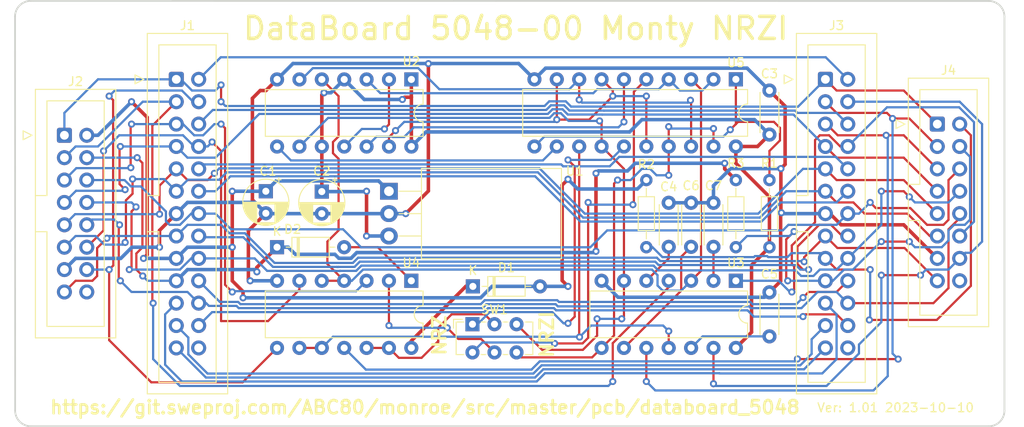
<source format=kicad_pcb>
(kicad_pcb (version 20221018) (generator pcbnew)

  (general
    (thickness 1.6)
  )

  (paper "A4")
  (layers
    (0 "F.Cu" signal)
    (31 "B.Cu" signal)
    (32 "B.Adhes" user "B.Adhesive")
    (33 "F.Adhes" user "F.Adhesive")
    (34 "B.Paste" user)
    (35 "F.Paste" user)
    (36 "B.SilkS" user "B.Silkscreen")
    (37 "F.SilkS" user "F.Silkscreen")
    (38 "B.Mask" user)
    (39 "F.Mask" user)
    (40 "Dwgs.User" user "User.Drawings")
    (41 "Cmts.User" user "User.Comments")
    (42 "Eco1.User" user "User.Eco1")
    (43 "Eco2.User" user "User.Eco2")
    (44 "Edge.Cuts" user)
    (45 "Margin" user)
    (46 "B.CrtYd" user "B.Courtyard")
    (47 "F.CrtYd" user "F.Courtyard")
    (48 "B.Fab" user)
    (49 "F.Fab" user)
    (50 "User.1" user)
    (51 "User.2" user)
    (52 "User.3" user)
    (53 "User.4" user)
    (54 "User.5" user)
    (55 "User.6" user)
    (56 "User.7" user)
    (57 "User.8" user)
    (58 "User.9" user)
  )

  (setup
    (pad_to_mask_clearance 0)
    (pcbplotparams
      (layerselection 0x00010fc_ffffffff)
      (plot_on_all_layers_selection 0x0000000_00000000)
      (disableapertmacros false)
      (usegerberextensions false)
      (usegerberattributes true)
      (usegerberadvancedattributes true)
      (creategerberjobfile true)
      (dashed_line_dash_ratio 12.000000)
      (dashed_line_gap_ratio 3.000000)
      (svgprecision 4)
      (plotframeref false)
      (viasonmask false)
      (mode 1)
      (useauxorigin false)
      (hpglpennumber 1)
      (hpglpenspeed 20)
      (hpglpendiameter 15.000000)
      (dxfpolygonmode true)
      (dxfimperialunits true)
      (dxfusepcbnewfont true)
      (psnegative false)
      (psa4output false)
      (plotreference true)
      (plotvalue true)
      (plotinvisibletext false)
      (sketchpadsonfab false)
      (subtractmaskfromsilk false)
      (outputformat 1)
      (mirror false)
      (drillshape 1)
      (scaleselection 1)
      (outputdirectory "")
    )
  )

  (net 0 "")
  (net 1 "Net-(U3B-ENABLE)")
  (net 2 "GND")
  (net 3 "Net-(U3D-ENABLE)")
  (net 4 "Net-(U3C-ENABLE)")
  (net 5 "Net-(U3A-ENABLE)")
  (net 6 "Net-(D1-K)")
  (net 7 "+12V")
  (net 8 "-12V")
  (net 9 "Net-(D2-A)")
  (net 10 "/1_1")
  (net 11 "/2_2")
  (net 12 "/1_3")
  (net 13 "/1_14")
  (net 14 "/1_5")
  (net 15 "/2_6")
  (net 16 "/1_7")
  (net 17 "/1_12")
  (net 18 "/1_9")
  (net 19 "/2_10")
  (net 20 "/1_11")
  (net 21 "/2_12")
  (net 22 "/1_6")
  (net 23 "/1_15")
  (net 24 "/2_16")
  (net 25 "unconnected-(J1-Pin_26-Pad26)")
  (net 26 "/1_8")
  (net 27 "/2_20")
  (net 28 "/2_21")
  (net 29 "/1_10")
  (net 30 "/2_23")
  (net 31 "/2_24")
  (net 32 "/2_25")
  (net 33 "/3_3")
  (net 34 "/3_14")
  (net 35 "/3_5")
  (net 36 "/3_12")
  (net 37 "/3_4")
  (net 38 "/3_+12V")
  (net 39 "+5V")
  (net 40 "Net-(U5A-~{CLR})")
  (net 41 "unconnected-(J2-Pin_16-Pad16)")
  (net 42 "unconnected-(J3-Pin_26-Pad26)")
  (net 43 "unconnected-(J4-Pin_16-Pad16)")
  (net 44 "Net-(U3A-OUT)")
  (net 45 "Net-(SW1A-C)")
  (net 46 "Net-(SW1B-C)")
  (net 47 "Net-(U3D-OUT)")
  (net 48 "Net-(SW1B-B)")
  (net 49 "Net-(SW1A-B)")
  (net 50 "Net-(U5A-J)")
  (net 51 "Net-(SW1B-A)")
  (net 52 "Net-(U5B-Q)")
  (net 53 "Net-(U5B-J)")
  (net 54 "Net-(U5B-C)")
  (net 55 "Net-(U5C-J)")
  (net 56 "Net-(SW1A-A)")
  (net 57 "Net-(U2-Pad11)")

  (footprint "Capacitor_THT:CP_Radial_D5.0mm_P2.50mm" (layer "F.Cu") (at 71.12 83.82 -90))

  (footprint "Package_TO_SOT_THT:TO-220-3_Horizontal_TabDown" (layer "F.Cu") (at 85.09 83.82 -90))

  (footprint "Package_DIP:DIP-20_W7.62mm" (layer "F.Cu") (at 124.46 71.12 -90))

  (footprint "Diode_THT:D_DO-35_SOD27_P7.62mm_Horizontal" (layer "F.Cu") (at 72.39 90.17))

  (footprint "Resistor_THT:R_Axial_DIN0204_L3.6mm_D1.6mm_P7.62mm_Horizontal" (layer "F.Cu") (at 114.3 90.17 90))

  (footprint "Button_Switch_THT:SW_E-Switch_EG1271_SPDT" (layer "F.Cu") (at 94.568 98.908))

  (footprint "Resistor_THT:R_Axial_DIN0204_L3.6mm_D1.6mm_P7.62mm_Horizontal" (layer "F.Cu") (at 128.27 90.17 90))

  (footprint "Connector_IDC:IDC-Header_2x08_P2.54mm_Vertical" (layer "F.Cu") (at 48.26 77.47))

  (footprint "Capacitor_THT:C_Disc_D4.3mm_W1.9mm_P5.00mm" (layer "F.Cu") (at 121.92 90.13 90))

  (footprint "Connector_IDC:IDC-Header_2x08_P2.54mm_Vertical" (layer "F.Cu") (at 147.32 76.2))

  (footprint "Resistor_THT:R_Axial_DIN0204_L3.6mm_D1.6mm_P7.62mm_Horizontal" (layer "F.Cu") (at 124.46 90.17 90))

  (footprint "Package_DIP:DIP-14_W7.62mm" (layer "F.Cu") (at 124.46 93.98 -90))

  (footprint "Package_DIP:DIP-14_W7.62mm" (layer "F.Cu") (at 87.635 71.13 -90))

  (footprint "Connector_IDC:IDC-Header_2x13_P2.54mm_Vertical" (layer "F.Cu") (at 134.62 71.12))

  (footprint "Capacitor_THT:CP_Radial_D5.0mm_P2.50mm" (layer "F.Cu") (at 77.47 83.86 -90))

  (footprint "Connector_IDC:IDC-Header_2x13_P2.54mm_Vertical" (layer "F.Cu") (at 60.96 71.12))

  (footprint "Capacitor_THT:C_Disc_D4.3mm_W1.9mm_P5.00mm" (layer "F.Cu") (at 128.27 100.29 90))

  (footprint "Capacitor_THT:C_Disc_D4.3mm_W1.9mm_P5.00mm" (layer "F.Cu") (at 119.38 90.13 90))

  (footprint "Capacitor_THT:C_Disc_D4.3mm_W1.9mm_P5.00mm" (layer "F.Cu") (at 128.27 77.39 90))

  (footprint "Capacitor_THT:C_Disc_D4.3mm_W1.9mm_P5.00mm" (layer "F.Cu") (at 116.84 90.13 90))

  (footprint "Package_DIP:DIP-14_W7.62mm" (layer "F.Cu") (at 87.63 93.98 -90))

  (footprint "Diode_THT:D_DO-35_SOD27_P7.62mm_Horizontal" (layer "F.Cu") (at 94.615 94.615))

  (gr_arc (start 153.161998 62.230002) (mid 154.419233 62.750766) (end 154.939998 64.008002)
    (stroke (width 0.2) (type default)) (layer "Edge.Cuts") (tstamp 18d432a3-0926-459a-930b-c54b8058567b))
  (gr_line (start 44.437236 62.217235) (end 153.161998 62.230002)
    (stroke (width 0.2) (type default)) (layer "Edge.Cuts") (tstamp 236500d0-87b2-4e7b-ab24-fb756a22f408))
  (gr_line (start 153.162 110.49) (end 44.449999 110.490001)
    (stroke (width 0.2) (type default)) (layer "Edge.Cuts") (tstamp 60a0f6a3-f99a-4c00-b626-700524b88cc3))
  (gr_arc (start 154.94 108.712) (mid 154.419236 109.969236) (end 153.162 110.49)
    (stroke (width 0.2) (type default)) (layer "Edge.Cuts") (tstamp b53105ad-ff62-4397-bc17-c4e16e16fc8f))
  (gr_arc (start 42.659236 63.995235) (mid 43.18 62.737999) (end 44.437236 62.217235)
    (stroke (width 0.2) (type default)) (layer "Edge.Cuts") (tstamp b7fbb935-b201-438f-9df1-0ef5baf2a45e))
  (gr_arc (start 44.449999 110.490001) (mid 43.192763 109.969237) (end 42.671999 108.712001)
    (stroke (width 0.2) (type default)) (layer "Edge.Cuts") (tstamp bc494f64-37b0-4856-9bb2-4aea26aa9598))
  (gr_line (start 154.939998 64.008002) (end 154.94 108.712)
    (stroke (width 0.2) (type default)) (layer "Edge.Cuts") (tstamp d39b8a0c-496e-4a83-9068-913552616643))
  (gr_line (start 42.671999 108.712001) (end 42.659236 63.995235)
    (stroke (width 0.2) (type default)) (layer "Edge.Cuts") (tstamp ddfdb600-84e5-4b23-aca4-e5730a28bb6d))
  (gr_text "NRZ" (at 91.694 102.616 90) (layer "F.SilkS") (tstamp 24331579-94d3-4ca1-982b-52b9ff910b3b)
    (effects (font (size 1.5 1.5) (thickness 0.3) bold) (justify left bottom))
  )
  (gr_text "Ver: 1.01 2023-10-10\n" (at 133.604 108.966) (layer "F.SilkS") (tstamp a2c5f140-1e6e-4cc4-8f4e-05e18f92b051)
    (effects (font (size 1 1) (thickness 0.15)) (justify left bottom))
  )
  (gr_text "DataBoard 5048-00 Monty NRZI" (at 68.326 66.802) (layer "F.SilkS") (tstamp aa742694-f761-49ab-b5f9-be6b2d578fb9)
    (effects (font (size 2.5 2.5) (thickness 0.4)) (justify left bottom))
  )
  (gr_text "NRZI" (at 103.886 102.87 90) (layer "F.SilkS") (tstamp ef8e9a76-c86b-4e54-b540-b083918e2b70)
    (effects (font (size 1.5 1.5) (thickness 0.3) bold) (justify left bottom))
  )
  (gr_text "https://git.sweproj.com/ABC80/monroe/src/master/pcb/databoard_5048" (at 46.482 109.22) (layer "F.SilkS") (tstamp f441bb20-7361-48d5-833f-f49b23e61255)
    (effects (font (size 1.5 1.5) (thickness 0.3) bold) (justify left bottom))
  )

  (segment (start 116.84 90.13) (end 116.84 91.44) (width 0.25) (layer "F.Cu") (net 1) (tstamp 14391bda-5f06-4cbd-87ab-6c482afbd277))
  (segment (start 116.84 91.44) (end 114.3 93.98) (width 0.25) (layer "F.Cu") (net 1) (tstamp b5641a6e-c046-4d0e-b5a8-8b24fc63134a))
  (segment (start 136.398 87.63) (end 143.51 87.63) (width 0.4) (layer "F.Cu") (net 2) (tstamp 00d16c08-6d06-45e3-9221-66d5f318bdee))
  (segment (start 130.048 74.168) (end 130.048 80.772012) (width 0.4) (layer "F.Cu") (net 2) (tstamp 05ae4ec0-4c62-4fe7-a5f5-f1a00130acb6))
  (segment (start 71.12 86.32) (end 69.14 88.3) (width 0.4) (layer "F.Cu") (net 2) (tstamp 1662361d-2818-4869-945f-101b9e12ca97))
  (segment (start 143.51 87.63) (end 147.32 91.44) (width 0.4) (layer "F.Cu") (net 2) (tstamp 1ff3b8ce-bcb9-4f08-9835-6cb38e98509e))
  (segment (start 129.54 94.02) (end 129.54 86.347423) (width 0.4) (layer "F.Cu") (net 2) (tstamp 211e0246-ca24-4ed4-85fb-f4e2908e37db))
  (segment (start 86.995 86.36) (end 89.565969 83.789031) (width 0.4) (layer "F.Cu") (net 2) (tstamp 2f9cc0ae-c414-48f9-af8f-d918269fa140))
  (segment (start 89.565969 83.789031) (end 89.565969 69.342) (width 0.4) (layer "F.Cu") (net 2) (tstamp 3c44760a-a7eb-48bd-a5dd-fd1fb9f2337a))
  (segment (start 128.27 72.39) (end 130.048 74.168) (width 0.4) (layer "F.Cu") (net 2) (tstamp 3c487dcc-23ef-4ae3-a82e-4b7aabdfc8e7))
  (segment (start 60.96 86.36) (end 59.055 88.265) (width 0.4) (layer "F.Cu") (net 2) (tstamp 3d85fc3a-37e3-4b9e-bf31-50efc304f94d))
  (segment (start 128.27 95.29) (end 129.54 94.02) (width 0.4) (layer "F.Cu") (net 2) (tstamp 4220607b-79e1-4396-9264-4c6d9dcc6a96))
  (segment (start 129.54 86.36) (end 129.623594 86.276406) (width 0.4) (layer "F.Cu") (net 2) (tstamp 4404be32-1beb-4bbb-a6eb-9ffc1299079f))
  (segment (start 70.485 72.39) (end 69.596 73.279) (width 0.4) (layer "F.Cu") (net 2) (tstamp 4ad3ac46-4ca2-4b4b-b657-c944297b59e8))
  (segment (start 72.395 71.13) (end 71.135 72.39) (width 0.4) (layer "F.Cu") (net 2) (tstamp 606a25db-8207-4326-8b50-b008053aded6))
  (segment (start 134.62 86.36) (end 135.128 86.36) (width 0.4) (layer "F.Cu") (net 2) (tstamp 754d1e84-180d-4de3-8576-57a37ac3d7af))
  (segment (start 129.623594 86.276406) (end 129.623594 86.263829) (width 0.4) (layer "F.Cu") (net 2) (tstamp 82a10229-a926-4430-954d-c3923f26cec9))
  (segment (start 129.5695 81.250512) (end 129.5695 86.209735) (width 0.4) (layer "F.Cu") (net 2) (tstamp 83d3bb52-e6eb-4b4e-b3c8-b6d2916774c5))
  (segment (start 71.135 72.39) (end 70.485 72.39) (width 0.4) (layer "F.Cu") (net 2) (tstamp a9b42033-f031-429c-9186-d56e7a1fc82a))
  (segment (start 135.128 86.36) (end 136.398 87.63) (width 0.4) (layer "F.Cu") (net 2) (tstamp b351a7fd-2189-4691-84cd-3a10952f0e35))
  (segment (start 69.14 93.778) (end 69.342 93.98) (width 0.4) (layer "F.Cu") (net 2) (tstamp b5ad50e9-dd04-41d5-af23-87e152abf06d))
  (segment (start 69.596 84.796) (end 71.12 86.32) (width 0.4) (layer "F.Cu") (net 2) (tstamp b63b06c8-0102-46fe-8b40-1605ea6e3075))
  (segment (start 69.14 88.3) (end 69.14 93.778) (width 0.4) (layer "F.Cu") (net 2) (tstamp be5ff28a-2415-4416-a40c-4e6ebfa9cf07))
  (segment (start 129.5695 86.209735) (end 129.623594 86.263829) (width 0.4) (layer "F.Cu") (net 2) (tstamp cc566d45-be17-4967-92f2-58e5464c0c10))
  (segment (start 129.54 86.347423) (end 129.623594 86.263829) (width 0.4) (layer "F.Cu") (net 2) (tstamp d0606a0a-bde2-4e58-b3e8-3e2fb2182cac))
  (segment (start 69.596 73.279) (end 69.596 84.796) (width 0.4) (layer "F.Cu") (net 2) (tstamp edb34c73-fdcd-4959-b9cc-136b34b56afe))
  (segment (start 130.048 80.772012) (end 129.5695 81.250512) (width 0.4) (layer "F.Cu") (net 2) (tstamp ef81ec14-0620-4376-ae1e-ae61c6fe713b))
  (segment (start 59.055 88.265) (end 59.055 90.17) (width 0.4) (layer "F.Cu") (net 2) (tstamp feae3027-d95a-4268-bf15-5511eb27191c))
  (via (at 69.342 93.98) (size 0.8) (drill 0.4) (layers "F.Cu" "B.Cu") (net 2) (tstamp 1d263fcc-f9c3-47f2-9d43-0724ca477494))
  (via (at 129.623594 86.263829) (size 0.8) (drill 0.4) (layers "F.Cu" "B.Cu") (net 2) (tstamp 27e02c5e-6f8b-444c-a487-4318d89ffb6c))
  (via (at 59.055 90.17) (size 0.8) (drill 0.4) (layers "F.Cu" "B.Cu") (net 2) (tstamp 385e625d-4811-4bd9-874f-bac007fbdfc4))
  (via (at 89.565969 69.342) (size 0.8) (drill 0.4) (layers "F.Cu" "B.Cu") (net 2) (tstamp 56bc65ce-58cc-48d2-af26-0c3642a698a4))
  (via (at 129.5695 81.250512) (size 0.8) (drill 0.4) (layers "F.Cu" "B.Cu") (net 2) (tstamp 5c5ba19f-78f3-4347-8134-57f74885fe8c))
  (via (at 86.995 86.36) (size 0.8) (drill 0.4) (layers "F.Cu" "B.Cu") (net 2) (tstamp 85f26383-0e36-420a-abae-ea6f318c6138))
  (segment (start 62.23 85.09) (end 69.89 85.09) (width 0.4) (layer "B.Cu") (net 2) (tstamp 222bf90a-b62c-4470-98a7-bb8f56cfb5bd))
  (segment (start 77.47 86.36) (end 71.16 86.36) (width 0.4) (layer "B.Cu") (net 2) (tstamp 28ce8b78-1468-4ab8-a580-d3655e96a7a4))
  (segment (start 60.96 86.36) (end 62.23 85.09) (width 0.4) (layer "B.Cu") (net 2) (tstamp 3167ddd8-5fee-4d9e-b7f6-5d81eb2d5aef))
  (segment (start 121.92 85.13) (end 121.92 83.185) (width 0.4) (layer "B.Cu") (net 2) (tstamp 3331f353-63e5-40a5-9a32-22c0cfd5986b))
  (segment (start 123.854488 81.250512) (end 129.5695 81.250512) (width 0.4) (layer "B.Cu") (net 2) (tstamp 33e42926-b955-411d-b8d0-ae0a73244f41))
  (segment (start 101.6 71.12) (end 102.87 69.85) (width 0.4) (layer "B.Cu") (net 2) (tstamp 368ae8be-27b1-4ff3-b8da-d6ffb3d01d4d))
  (segment (start 99.805 69.325) (end 101.6 71.12) (width 0.4) (layer "B.Cu") (net 2) (tstamp 40820b11-8dfa-47c0-90e1-19bea7c50061))
  (segment (start 111.092129 95.852129) (end 127.707871 95.852129) (width 0.4) (layer "B.Cu") (net 2) (tstamp 5934ab0d-6083-4e8a-aa5a-1086319d39d3))
  (segment (start 125.73 69.85) (end 128.27 72.39) (width 0.4) (layer "B.Cu") (net 2) (tstamp 5ed6ec97-af29-488e-a0b8-f58cbb91a189))
  (segment (start 69.89 85.09) (end 71.12 86.32) (width 0.4) (layer "B.Cu") (net 2) (tstamp 61381b35-46bf-4180-8362-85a3a6dd7f14))
  (segment (start 55.929652 90.17) (end 54.659652 91.44) (width 0.4) (layer "B.Cu") (net 2) (tstamp 66653920-03f5-49b5-b5cc-9c3b5d715675))
  (segment (start 129.719765 86.36) (end 129.623594 86.263829) (width 0.4) (layer "B.Cu") (net 2) (tstamp 79fead6a-4a7f-4480-88cc-ed7f18d3941d))
  (segment (start 127.707871 95.852129) (end 128.27 95.29) (width 0.4) (layer "B.Cu") (net 2) (tstamp 7e9ac5d9-b3d6-46eb-8b94-75e63362ea4e))
  (segment (start 54.659652 91.44) (end 49.53 91.44) (width 0.4) (layer "B.Cu") (net 2) (tstamp 876d9649-768e-42c9-9e65-74840730cc64))
  (segment (start 121.92 83.185) (end 123.854488 81.250512) (width 0.4) (layer "B.Cu") (net 2) (tstamp 885a8ec8-10e3-4d4d-931f-183fda4577ea))
  (segment (start 72.395 71.13) (end 74.2 69.325) (width 0.4) (layer "B.Cu") (net 2) (tstamp 8f479943-8c2f-4b44-b5ea-1a7b2c16bcdf))
  (segment (start 74.2 69.325) (end 99.805 69.325) (width 0.4) (layer "B.Cu") (net 2) (tstamp 96fbbd5d-3a4f-48e1-b6d1-2f4f008565b6))
  (segment (start 134.62 86.36) (end 129.719765 86.36) (width 0.4) (layer "B.Cu") (net 2) (tstamp 9b2c4d26-50e5-4509-a229-715aa1f327f8))
  (segment (start 71.16 86.36) (end 71.12 86.32) (width 0.4) (layer "B.Cu") (net 2) (tstamp a299f77a-5e13-41d4-92f3-7715b3530019))
  (segment (start 102.87 69.85) (end 125.73 69.85) (width 0.4) (layer "B.Cu") (net 2) (tstamp b4018162-359b-4987-adc5-764ecacf133f))
  (segment (start 85.09 86.36) (end 86.995 86.36) (width 0.4) (layer "B.Cu") (net 2) (tstamp babdd3eb-e697-4165-8fe2-8ea344693fc9))
  (segment (start 72.39 93.98) (end 69.342 93.98) (width 0.4) (layer "B.Cu") (net 2) (tstamp c3f6bfd3-f1b2-46a6-b6f5-e1e1620d9e95))
  (segment (start 109.22 93.98) (end 111.092129 95.852129) (width 0.4) (layer "B.Cu") (net 2) (tstamp cd536b47-a94c-4e89-bf9d-931dc0b2fc42))
  (segment (start 49.53 91.44) (end 48.26 92.71) (width 0.4) (layer "B.Cu") (net 2) (tstamp d5b8acee-de61-446a-950c-be0623fb7c59))
  (segment (start 85.09 86.36) (end 77.47 86.36) (width 0.4) (layer "B.Cu") (net 2) (tstamp eb6d5513-da83-4270-afd2-39621247ecbe))
  (segment (start 59.055 90.17) (end 55.929652 90.17) (width 0.4) (layer "B.Cu") (net 2) (tstamp ef9b8cdd-9eb7-4570-bc6b-7ddc9ab2aff6))
  (segment (start 116.84 85.13) (end 121.92 85.13) (width 0.4) (layer "B.Cu") (net 2) (tstamp ff39eb4c-8152-4b30-ae92-71192f5ad43a))
  (segment (start 119.38 101.6) (end 120.69 100.29) (width 0.25) (layer "B.Cu") (net 3) (tstamp dcc4de1d-1d61-44fa-b68d-3bb366894fa5))
  (segment (start 120.69 100.29) (end 128.27 100.29) (width 0.25) (layer "B.Cu") (net 3) (tstamp dd6b7134-f076-4546-a450-361a920c2e3b))
  (segment (start 111.76 101.6) (end 118.255 95.105) (width 0.25) (layer "F.Cu") (net 4) (tstamp 095e3d9b-e20c-47ce-babd-368089ce6f8c))
  (segment (start 118.255 91.255) (end 119.38 90.13) (width 0.25) (layer "F.Cu") (net 4) (tstamp 594c15ed-bd4c-403e-be3f-66e31170879f))
  (segment (start 118.255 95.105) (end 118.255 91.255) (width 0.25) (layer "F.Cu") (net 4) (tstamp b31ec707-462e-45ec-b865-54c06851a28b))
  (segment (start 121.92 90.13) (end 121.92 93.98) (width 0.25) (layer "F.Cu") (net 5) (tstamp 08ec3b48-1534-4d8a-9730-0df295030e08))
  (segment (start 87.63 100.8) (end 93.815 94.615) (width 0.4) (layer "F.Cu") (net 6) (tstamp 0f8b9ee3-d8eb-4759-9ff5-93065636472c))
  (segment (start 93.815 94.615) (end 94.615 94.615) (width 0.4) (layer "F.Cu") (net 6) (tstamp c640b984-bd6d-49b9-beea-2421f66e2f95))
  (segment (start 87.63 101.6) (end 87.63 100.8) (width 0.4) (layer "F.Cu") (net 6) (tstamp deac1be9-57cb-46af-82f4-619a0c7aa714))
  (segment (start 67.31 90.17) (end 67.31 93.98) (width 0.4) (layer "F.Cu") (net 7) (tstamp 5be61762-68fb-46f4-adea-60b4ab6e6152))
  (segment (start 57.658 75.438) (end 57.658 91.022004) (width 0.4) (layer "F.Cu") (net 7) (tstamp 5c360ba2-08af-4256-9003-f25e95bef4c7))
  (segment (start 55.88 73.66) (end 57.658 75.438) (width 0.4) (layer "F.Cu") (net 7) (tstamp 70ae03b3-56ab-40e2-8532-843305e6f45d))
  (segment (start 67.31 93.98) (end 68.535291 95.205291) (width 0.4) (layer "F.Cu") (net 7) (tstamp 793c572d-8399-4b5d-8403-a8344fbbd5d6))
  (segment (start 57.658 91.022004) (end 57.24 91.440004) (width 0.4) (layer "F.Cu") (net 7) (tstamp 8ce6a0af-3f67-464a-a800-ee2e45884bcc))
  (segment (start 104.747 83.123) (end 105.41 82.46) (width 0.4) (layer "F.Cu") (net 7) (tstamp a494c771-f5d4-4321-9131-c49a78c0903c))
  (segment (start 104.747 93.952) (end 104.747 83.123) (width 0.4) (layer "F.Cu") (net 7) (tstamp b9d5ef57-e702-4bd8-963e-344d8ab46f48))
  (segment (start 105.41 94.615) (end 104.747 93.952) (width 0.4) (layer "F.Cu") (net 7) (tstamp d839c533-659d-4565-84b3-9506922f7b95))
  (segment (start 67.31 83.82) (end 67.31 90.17) (width 0.4) (layer "F.Cu") (net 7) (tstamp e101c712-c071-4b7b-ae06-7721a9f5a246))
  (segment (start 68.535291 95.205291) (end 68.535291 95.911) (width 0.4) (layer "F.Cu") (net 7) (tstamp ec47bc28-a702-49f5-b2e3-357beb914bfc))
  (via (at 105.41 82.46) (size 0.8) (drill 0.4) (layers "F.Cu" "B.Cu") (net 7) (tstamp 06dfd952-0bd3-4eac-ae90-cfbc41f4fc90))
  (via (at 55.88 73.66) (size 0.8) (drill 0.4) (layers "F.Cu" "B.Cu") (net 7) (tstamp 0e5c50ea-2a53-41b5-b481-96670eb8c209))
  (via (at 67.31 90.17) (size 0.8) (drill 0.4) (layers "F.Cu" "B.Cu") (net 7) (tstamp 34983573-255f-40f3-8bc5-eac4f97d9056))
  (via (at 68.535291 95.911) (size 0.8) (drill 0.4) (layers "F.Cu" "B.Cu") (net 7) (tstamp 40a7c94f-de72-4133-9306-c6f89989a4d9))
  (via (at 67.31 83.82) (size 0.8) (drill 0.4) (layers "F.Cu" "B.Cu") (net 7) (tstamp 45c3b58f-d411-4034-bf90-265f55880597))
  (via (at 57.24 91.440004) (size 0.8) (drill 0.4) (layers "F.Cu" "B.Cu") (net 7) (tstamp 80679d4f-6d32-4046-96cf-cfc2c3a97e2b))
  (via (at 105.41 94.615) (size 0.8) (drill 0.4) (layers "F.Cu" "B.Cu") (net 7) (tstamp c29e361f-1bda-4d9b-abbf-92025ee6625f))
  (segment (start 60.96 91.44) (end 62.23 90.17) (width 0.4) (layer "B.Cu") (net 7) (tstamp 05a36542-a3fe-444c-b70b-e13fc1bacc19))
  (segment (start 95.49335 95.911) (end 68.535291 95.911) (width 0.4) (layer "B.Cu") (net 7) (tstamp 061cc595-f48f-42c0-9333-3b46d5c95ce3))
  (segment (start 52.07 77.47) (end 55.88 73.66) (width 0.4) (layer "B.Cu") (net 7) (tstamp 3b250813-a5eb-4293-836a-316d6d6769d4))
  (segment (start 50.8 77.47) (end 52.07 77.47) (width 0.4) (layer "B.Cu") (net 7) (tstamp 5a72481a-0d0d-4074-b68a-4ba7d529637e))
  (segment (start 102.235 94.615) (end 105.41 94.615) (width 0.4) (layer "B.Cu") (net 7) (tstamp 796ba08c-6c72-4578-90da-342a44bfa2b6))
  (segment (start 113.284 83.566) (end 106.516 83.566) (width 0.4) (layer "B.Cu") (net 7) (tstamp 7e3f8196-a5f7-4628-bb73-9ae481481571))
  (segment (start 102.235 94.615) (end 96.78935 94.615) (width 0.4) (layer "B.Cu") (net 7) (tstamp 86050edb-b862-424c-a4dc-0287ac5579ea))
  (segment (start 72.29 82.65) (end 83.92 82.65) (width 0.4) (layer "B.Cu") (net 7) (tstamp 92723518-021b-47a1-8f3b-1965a7fc86fc))
  (segment (start 71.12 83.82) (end 67.31 83.82) (width 0.4) (layer "B.Cu") (net 7) (tstamp 9395a6d1-c9ed-4cc6-8705-1448122689eb))
  (segment (start 106.516 83.566) (end 105.41 82.46) (width 0.4) (layer "B.Cu") (net 7) (tstamp 97a9723d-a9e7-4fc3-95b2-a73222e482de))
  (segment (start 62.23 90.17) (end 67.31 90.17) (width 0.4) (layer "B.Cu") (net 7) (tstamp a099a9f2-a22e-4ca3-9339-f32dfb0d13ff))
  (segment (start 57.240004 91.44) (end 57.24 91.440004) (width 0.4) (layer "B.Cu") (net 7) (tstamp a940d308-0523-402b-bdc5-294e8caf0a81))
  (segment (start 96.78935 94.615) (end 95.49335 95.911) (width 0.4) (layer "B.Cu") (net 7) (tstamp bd0bcb7e-2393-4621-a9e3-467744084411))
  (segment (start 71.12 83.82) (end 72.29 82.65) (width 0.4) (layer "B.Cu") (net 7) (tstamp d4caaf5d-cd8c-4ce0-8370-5c5e23f30a14))
  (segment (start 60.96 91.44) (end 57.240004 91.44) (width 0.4) (layer "B.Cu") (net 7) (tstamp d57c6490-f167-45bb-929b-0ac2b814e9cd))
  (segment (start 83.92 82.65) (end 85.09 83.82) (width 0.4) (layer "B.Cu") (net 7) (tstamp d5dea03b-671a-4eb3-9ef8-37a8c307ab89))
  (segment (start 114.3 82.55) (end 113.284 83.566) (width 0.4) (layer "B.Cu") (net 7) (tstamp e433c162-88df-444b-a784-db77222f1425))
  (segment (start 108.585 81.788) (end 108.585 90.635) (width 0.4) (layer "F.Cu") (net 8) (tstamp 26d52999-d0cb-4267-96d3-bfc75cd0efe2))
  (segment (start 70.104 92.456) (end 70.104 92.964) (width 0.4) (layer "F.Cu") (net 8) (tstamp 43e3d9af-e2a1-4fd0-9fce-65a8af159f42))
  (segment (start 56.425 92.71) (end 57.15 93.435) (width 0.25) (layer "F.Cu") (net 8) (tstamp 49278c25-448d-42dd-8f69-eb6d70a2ebe5))
  (segment (start 57.113 80.608) (end 57.113 90.197695) (width 0.25) (layer "F.Cu") (net 8) (tstamp 51df0632-eaa2-4c4e-9858-c2f97c134bd1))
  (segment (start 56.515 80.01) (end 57.113 80.608) (width 0.25) (layer "F.Cu") (net 8) (tstamp 55914037-9879-439d-8ba2-f91d0b4572e9))
  (segment (start 72.39 90.17) (end 70.104 92.456) (width 0.4) (layer "F.Cu") (net 8) (tstamp 5615b12f-90bf-408f-a40d-25148a5144fc))
  (segment (start 123.19 81.28) (end 123.19 80.645) (width 0.4) (layer "F.Cu") (net 8) (tstamp 9a666861-5e5d-4dde-81e8-d07cdf5ff498))
  (segment (start 56.425 90.885695) (end 56.425 92.71) (width 0.25) (layer "F.Cu") (net 8) (tstamp a1e4cb59-eb67-458d-8e4b-06f701bfb7af))
  (segment (start 57.113 90.197695) (end 56.425 90.885695) (width 0.25) (layer "F.Cu") (net 8) (tstamp d50460c6-8986-4b54-b663-52cb3b4bb0cb))
  (segment (start 124.46 82.55) (end 123.19 81.28) (width 0.4) (layer "F.Cu") (net 8) (tstamp f254bc3b-1a4c-4995-bdfe-7555362dd912))
  (via (at 108.585 90.635) (size 0.8) (drill 0.4) (layers "F.Cu" "B.Cu") (net 8) (tstamp 9f94875f-e3a1-4789-8755-d7f57380d0e1))
  (via (at 56.515 80.01) (size 0.8) (drill 0.4) (layers "F.Cu" "B.Cu") (net 8) (tstamp ba5afc99-4481-402a-97a3-f38a7563bd87))
  (via (at 123.19 80.645) (size 0.8) (drill 0.4) (layers "F.Cu" "B.Cu") (net 8) (tstamp ce71dff5-f563-44e4-a287-f0299bb4ff5c))
  (via (at 108.585 81.788) (size 0.8) (drill 0.4) (layers "F.Cu" "B.Cu") (net 8) (tstamp d46bb84b-ba54-47b7-a027-dba8d9390dad))
  (via (at 57.15 93.435) (size 0.8) (drill 0.4) (layers "F.Cu" "B.Cu") (net 8) (tstamp df627581-6cd4-472b-a664-2d56ce29e4c9))
  (via (at 70.104 92.964) (size 0.8) (drill 0.4) (layers "F.Cu" "B.Cu") (net 8) (tstamp e9170ce2-b9db-47eb-98ef-af6be5efa15f))
  (segment (start 108.859 81.514) (end 108.585 81.788) (width 0.4) (layer "B.Cu") (net 8) (tstamp 052cc181-a5e2-4993-9f6b-e62e42ec9a42))
  (segment (start 60.96 93.98) (end 62.23 92.71) (width 0.4) (layer "B.Cu") (net 8) (tstamp 0f1fbd3f-83a5-43a9-a38e-08543dd02183))
  (segment (start 79.409028 91.43) (end 80.782 91.43) (width 0.4) (layer "B.Cu") (net 8) (tstamp 172cc697-4ab2-4d8d-9d63-4d490e91ec10))
  (segment (start 80.782 91.43) (end 81.432 90.78) (width 0.4) (layer "B.Cu") (net 8) (tstamp 1ba576a4-55bf-40d6-9a8a-5315b48012cf))
  (segment (start 81.432 90.78) (end 108.44 90.78) (width 0.4) (layer "B.Cu") (net 8) (tstamp 2740100a-d79f-4567-8b19-c1d14dd6a924))
  (segment (start 50.8 80.01) (end 55.635305 80.01) (width 0.25) (layer "B.Cu") (net 8) (tstamp 3fe10ffc-0e91-42fb-913c-5c666b29aea9))
  (segment (start 60.96 93.98) (end 57.695 93.98) (width 0.25) (layer "B.Cu") (net 8) (tstamp 594027b9-37f3-41e5-be0a-7f5af6383770))
  (segment (start 108.44 90.78) (end 108.585 90.635) (width 0.4) (layer "B.Cu") (net 8) (tstamp 9084de51-5088-4c3c-86ca-978779ad0e9d))
  (segment (start 62.23 92.71) (end 69.85 92.71) (width 0.4) (layer "B.Cu") (net 8) (tstamp ae971564-e2d1-4b8f-8919-e43b0b337695))
  (segment (start 73.66 90.17) (end 74.47 90.98) (width 0.4) (layer "B.Cu") (net 8) (tstamp b0951f5b-9d10-4b81-ae82-f1d182cbc71f))
  (segment (start 78.959028 90.98) (end 79.409028 91.43) (width 0.4) (layer "B.Cu") (net 8) (tstamp b7b46b94-c256-465a-ae5f-9f9981ff3456))
  (segment (start 72.39 90.17) (end 73.66 90.17) (width 0.4) (layer "B.Cu") (net 8) (tstamp c5a99aea-8856-41fe-965a-c3523ad457bc))
  (segment (start 69.85 92.71) (end 70.104 92.964) (width 0.4) (layer "B.Cu") (net 8) (tstamp c8ce3922-9ea3-47c7-b1d6-8e6a1c6518af))
  (segment (start 74.47 90.98) (end 78.959028 90.98) (width 0.4) (layer "B.Cu") (net 8) (tstamp d55a31f1-7f8b-4753-b21c-570208c917f8))
  (segment (start 112.162396 81.514) (end 108.859 81.514) (width 0.4) (layer "B.Cu") (net 8) (tstamp e4f8df62-5394-4af7-83c9-2d2635bedaeb))
  (segment (start 123.19 80.645) (end 113.031396 80.645) (width 0.4) (layer "B.Cu") (net 8) (tstamp e6d30ae2-5648-4cc9-9f1c-437dc460c6a2))
  (segment (start 113.031396 80.645) (end 112.162396 81.514) (width 0.4) (layer "B.Cu") (net 8) (tstamp e7cbfad2-eeea-4c57-bbcb-baf92701a5ed))
  (segment (start 57.695 93.98) (end 57.15 93.435) (width 0.25) (layer "B.Cu") (net 8) (tstamp e86fa7f6-e0ac-4c5d-b566-15b85dba13aa))
  (segment (start 55.635305 80.01) (end 56.515 80.01) (width 0.25) (layer "B.Cu") (net 8) (tstamp ef4de772-0c2a-4357-9a34-9551f7f276ba))
  (segment (start 83.82 90.17) (end 87.63 93.98) (width 0.25) (layer "F.Cu") (net 9) (tstamp 5ccaa9c1-fe64-44da-95b8-65dcd20a79a3))
  (segment (start 80.01 90.17) (end 83.82 90.17) (width 0.25) (layer "F.Cu") (net 9) (tstamp 8a119305-b506-4286-933d-6ee99411eadb))
  (segment (start 143.51 72.39) (end 147.32 76.2) (width 0.25) (layer "F.Cu") (net 10) (tstamp ba15e8f9-da8f-487b-a1a7-10c9b1bdb988))
  (segment (start 134.62 71.12) (end 135.89 72.39) (width 0.25) (layer "F.Cu") (net 10) (tstamp dad23168-4aa9-43ec-9c45-13f34d0648b3))
  (segment (start 66.04 73.66) (end 66.04 71.755) (width 0.25) (layer "F.Cu") (net 10) (tstamp dd0e6b4b-d2aa-4ae9-a251-8f8631f77f43))
  (segment (start 135.89 72.39) (end 143.51 72.39) (width 0.25) (layer "F.Cu") (net 10) (tstamp e785980f-2259-4358-bb2e-f08a332f9e11))
  (via (at 66.04 73.66) (size 0.8) (drill 0.4) (layers "F.Cu" "B.Cu") (net 10) (tstamp 1439c428-a1f5-4f34-bb62-30ea33142f5f))
  (via (at 66.04 71.755) (size 0.8) (drill 0.4) (layers "F.Cu" "B.Cu") (net 10) (tstamp e747a8cd-113c-4f27-a720-fc75d6160a89))
  (segment (start 134.62 71.12) (end 131.52 74.22) (width 0.25) (layer "B.Cu") (net 10) (tstamp 13395d04-1fbb-497f-9ce6-b975763f1b9d))
  (segment (start 60.96 71.12) (end 52.07 71.12) (width 0.25) (layer "B.Cu") (net 10) (tstamp 33b3dbcd-da4d-494b-bf9d-6b5bdf902038))
  (segment (start 103.280507 73.617) (end 102.751507 74.146) (width 0.25) (layer "B.Cu") (net 10) (tstamp 3a60162e-4ccd-4b7e-9a35-5c0c9ead7c16))
  (segment (start 109.665738 74.215) (end 105.759231 74.215) (width 0.25) (layer "B.Cu") (net 10) (tstamp 58ac3c0f-77a4-4c22-a70e-2ea0004f121d))
  (segment (start 48.26 74.93) (end 48.26 77.47) (width 0.25) (layer "B.Cu") (net 10) (tstamp 6468feb2-06ed-4e00-a7c3-d79977089512))
  (segment (start 105.161231 73.617) (end 103.280507 73.617) (width 0.25) (layer "B.Cu") (net 10) (tstamp 6959eb10-147c-4bc5-b737-b4231ac20f8b))
  (segment (start 131.52 74.22) (end 109.670738 74.22) (width 0.25) (layer "B.Cu") (net 10) (tstamp 6c800f4c-1d48-4455-b413-a3765d7de6e4))
  (segment (start 102.751507 74.146) (end 66.526 74.146) (width 0.25) (layer "B.Cu") (net 10) (tstamp 8ed2ac05-e6b5-4536-8f24-3173b9decc7d))
  (segment (start 52.07 71.12) (end 48.26 74.93) (width 0.25) (layer "B.Cu") (net 10) (tstamp 92af323f-e5dd-4cac-a4d8-8bacf4c2d01d))
  (segment (start 105.759231 74.215) (end 105.161231 73.617) (width 0.25) (layer "B.Cu") (net 10) (tstamp 95cc2a7f-20d3-4be1-867c-1d5f90bcf937))
  (segment (start 66.04 71.755) (end 65.405 72.39) (width 0.25) (layer "B.Cu") (net 10) (tstamp c3333dfc-b3da-421a-8798-5624538ff2fd))
  (segment (start 66.526 74.146) (end 66.04 73.66) (width 0.25) (layer "B.Cu") (net 10) (tstamp c7201937-bcd0-4930-b42b-f96cacb36845))
  (segment (start 65.405 72.39) (end 62.738 72.39) (width 0.25) (layer "B.Cu") (net 10) (tstamp e881218e-2775-421f-8b40-089f4f0fc6a0))
  (segment (start 61.468 71.12) (end 60.96 71.12) (width 0.25) (layer "B.Cu") (net 10) (tstamp ec17b390-81a0-4a9d-aae0-57fa76d38f1d))
  (segment (start 62.738 72.39) (end 61.468 71.12) (width 0.25) (layer "B.Cu") (net 10) (tstamp ef5c90ce-b78e-4020-86d9-9e09372493d8))
  (segment (start 109.670738 74.22) (end 109.665738 74.215) (width 0.25) (layer "B.Cu") (net 10) (tstamp feba8220-eefb-40bb-9e2f-952f0088f9b8))
  (segment (start 134.657 68.617) (end 66.003 68.617) (width 0.25) (layer "B.Cu") (net 11) (tstamp 276a91dd-f4c1-4954-b882-a7334a40d022))
  (segment (start 137.16 71.12) (end 134.657 68.617) (width 0.25) (layer "B.Cu") (net 11) (tstamp 53b63a27-616e-45c5-b9d3-e14d4819238b))
  (segment (start 66.003 68.617) (end 63.5 71.12) (width 0.25) (layer "B.Cu") (net 11) (tstamp f2a55ec9-12ee-4b67-bcdd-abd40bd29284))
  (segment (start 116.84 93.98) (end 116.84 94.712061) (width 0.25) (layer "F.Cu") (net 12) (tstamp 28e64e19-b7eb-4476-9d48-5b4c0ecff5f6))
  (segment (start 58.24 96.43) (end 58.33 96.52) (width 0.25) (layer "F.Cu") (net 12) (tstamp 47e165dc-2eef-41f2-9f04-81a2845687c0))
  (segment (start 116.84 94.712061) (end 110.48999 101.062071) (width 0.25) (layer "F.Cu") (net 12) (tstamp 657e08ee-06eb-4cab-8201-68243135781f))
  (segment (start 110.48999 101.062071) (end 110.48999 105.41) (width 0.25) (layer "F.Cu") (net 12) (tstamp 957423bc-5015-46b1-b870-009c17d1be93))
  (segment (start 60.96 73.66) (end 58.24 76.38) (width 0.25) (layer "F.Cu") (net 12) (tstamp dbd55ee6-4839-461c-8349-e751b0397b2c))
  (segment (start 58.24 76.38) (end 58.24 96.43) (width 0.25) (layer "F.Cu") (net 12) (tstamp ea7041ed-5e11-4f79-b0e7-d5890c2ce072))
  (via (at 110.48999 105.41) (size 0.8) (drill 0.4) (layers "F.Cu" "B.Cu") (net 12) (tstamp 36e2cd37-3470-43da-a70f-334b4274c6fa))
  (via (at 58.33 96.52) (size 0.8) (drill 0.4) (layers "F.Cu" "B.Cu") (net 12) (tstamp 9f2bbee4-f6eb-49fe-86aa-9e73ab1d0f70))
  (segment (start 57.15 73.66) (end 60.96 73.66) (width 0.25) (layer "B.Cu") (net 12) (tstamp 0a521ee7-223a-46f3-8f18-e249f9471419))
  (segment (start 58.33 102.87) (end 58.33 96.52) (width 0.25) (layer "B.Cu") (net 12) (tstamp 25886a1d-d489-465f-9f72-9451cf6d0315))
  (segment (start 49.53 78.74) (end 52.07 78.74) (width 0.25) (layer "B.Cu") (net 12) (tstamp 7309a6e2-86f0-4a66-a1d0-4100f09b3201))
  (segment (start 110.48999 105.41) (end 109.98199 105.918) (width 0.25) (layer "B.Cu") (net 12) (tstamp 79d84cb3-2b10-4e23-80cd-24bf08fa5e69))
  (segment (start 109.98199 105.918) (end 61.378 105.918) (width 0.25) (layer "B.Cu") (net 12) (tstamp 7d2c4a9a-2766-4e6b-9027-fb956f03c5b9))
  (segment (start 48.26 80.01) (end 49.53 78.74) (width 0.25) (layer "B.Cu") (net 12) (tstamp c77c1416-0cfa-476a-8faf-ed4155526fef))
  (segment (start 52.07 78.74) (end 57.15 73.66) (width 0.25) (layer "B.Cu") (net 12) (tstamp cf98ccb3-b74f-4e91-8e79-21f282544339))
  (segment (start 61.378 105.918) (end 58.33 102.87) (width 0.25) (layer "B.Cu") (net 12) (tstamp d0bc0343-1385-4df7-a84b-17a449a8b55a))
  (segment (start 53.811 88.853695) (end 53.811 92.239) (width 0.25) (layer "F.Cu") (net 13) (tstamp 076bcde9-2711-400b-869d-c56ed9e3d141))
  (segment (start 53.79 88.832695) (end 53.811 88.853695) (width 0.25) (layer "F.Cu") (net 13) (tstamp 29910716-7910-485f-9aef-b7202398c5ef))
  (segment (start 53.811 92.239) (end 53.34 92.71) (width 0.25) (layer "F.Cu") (net 13) (tstamp 7ec78051-7d1e-43c0-a5ee-c39f4ea668b0))
  (segment (start 68.49 105.5) (end 72.39 101.6) (width 0.25) (layer "F.Cu") (net 13) (tstamp adbaaf58-c940-4a0d-8341-99f0a20845a2))
  (segment (start 53.79 73.475) (end 53.79 88.832695) (width 0.25) (layer "F.Cu") (net 13) (tstamp af66206c-4a95-4b23-b8bb-009e2d0d5ba3))
  (segment (start 53.34 73.025) (end 53.79 73.475) (width 0.25) (layer "F.Cu") (net 13) (tstamp bd924a10-966c-4e75-8667-90a4d64559e2))
  (segment (star
... [92422 chars truncated]
</source>
